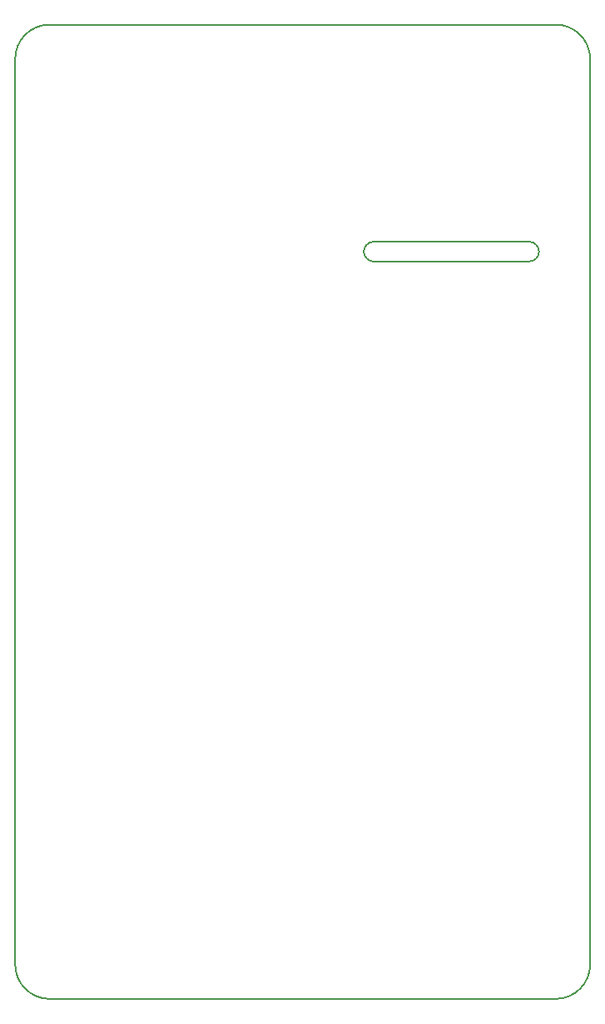
<source format=gm1>
G04 #@! TF.FileFunction,Profile,NP*
%FSLAX46Y46*%
G04 Gerber Fmt 4.6, Leading zero omitted, Abs format (unit mm)*
G04 Created by KiCad (PCBNEW 4.0.0-rc1-stable) date 29/09/2017 04:45:12 p.m.*
%MOMM*%
G01*
G04 APERTURE LIST*
%ADD10C,0.100000*%
%ADD11C,0.150000*%
G04 APERTURE END LIST*
D10*
D11*
X111500000Y-58500000D02*
X163000000Y-58500000D01*
X163000000Y-157500000D02*
G75*
G03X166500000Y-154000000I0J3500000D01*
G01*
X144462660Y-80562400D02*
G75*
G03X143472060Y-81583480I15240J-1005840D01*
G01*
X143472060Y-81573320D02*
G75*
G03X144480440Y-82571540I1003300J5080D01*
G01*
X160299560Y-82566460D02*
G75*
G03X161305400Y-81570780I5080J1000760D01*
G01*
X161302860Y-81568240D02*
G75*
G03X160307180Y-80562400I-1000760J5080D01*
G01*
X160309720Y-82571540D02*
X144475360Y-82571540D01*
X160309720Y-80562400D02*
X144475360Y-80562400D01*
X166500000Y-62000000D02*
X166500000Y-154000000D01*
X108000000Y-154000000D02*
X108000000Y-62000000D01*
X111500000Y-58500000D02*
G75*
G03X108000000Y-62000000I0J-3500000D01*
G01*
X166500000Y-62000000D02*
G75*
G03X163000000Y-58500000I-3500000J0D01*
G01*
X108000000Y-154000000D02*
G75*
G03X111500000Y-157500000I3500000J0D01*
G01*
X163000000Y-157500000D02*
X111500000Y-157500000D01*
M02*

</source>
